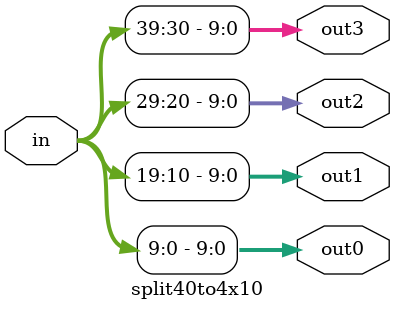
<source format=v>
`timescale 1ns / 1ps


module split40to4x10(
input   [39:0] in    ,
output  [9:0]  out0  , 
output  [9:0]   out1  , 
output  [9:0]  out2  , 
output  [9:0]   out3   
 


);
    
    
    
assign  out0   = in[0*10+:10 ];
assign  out1   = in[1*10+:10 ];
assign  out2   = in[2*10+:10 ];
assign  out3   = in[3*10+:10 ];

    
    
    
    
    
endmodule

</source>
